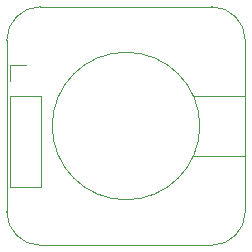
<source format=gto>
G04 #@! TF.GenerationSoftware,KiCad,Pcbnew,5.1.4+dfsg1-1*
G04 #@! TF.CreationDate,2020-04-13T21:54:57+02:00*
G04 #@! TF.ProjectId,C245_conn,43323435-5f63-46f6-9e6e-2e6b69636164,rev?*
G04 #@! TF.SameCoordinates,Original*
G04 #@! TF.FileFunction,Legend,Top*
G04 #@! TF.FilePolarity,Positive*
%FSLAX46Y46*%
G04 Gerber Fmt 4.6, Leading zero omitted, Abs format (unit mm)*
G04 Created by KiCad (PCBNEW 5.1.4+dfsg1-1) date 2020-04-13 21:54:57*
%MOMM*%
%LPD*%
G04 APERTURE LIST*
%ADD10C,0.120000*%
G04 APERTURE END LIST*
D10*
X106250000Y-100500000D02*
G75*
G03X106250000Y-100500000I-6250000J0D01*
G01*
X110100000Y-107750000D02*
G75*
G02X107250000Y-110600000I-2850000J0D01*
G01*
X107250000Y-90400000D02*
G75*
G02X110100000Y-93250000I0J-2850000D01*
G01*
X89900000Y-93250000D02*
G75*
G02X92750000Y-90400000I2850000J0D01*
G01*
X92750000Y-110600000D02*
G75*
G02X89900000Y-107750000I0J2850000D01*
G01*
X107250000Y-90400000D02*
X92750000Y-90400000D01*
X107250000Y-110600000D02*
X92750000Y-110600000D01*
X89900000Y-107750000D02*
X89900000Y-93250000D01*
X110100000Y-107750000D02*
X110100000Y-93250000D01*
X110100000Y-103000000D02*
X105750000Y-103000000D01*
X110100000Y-98000000D02*
X105750000Y-98000000D01*
X90170000Y-95370000D02*
X91500000Y-95370000D01*
X90170000Y-96700000D02*
X90170000Y-95370000D01*
X90170000Y-97970000D02*
X92830000Y-97970000D01*
X92830000Y-97970000D02*
X92830000Y-105650000D01*
X90170000Y-97970000D02*
X90170000Y-105650000D01*
X90170000Y-105650000D02*
X92830000Y-105650000D01*
M02*

</source>
